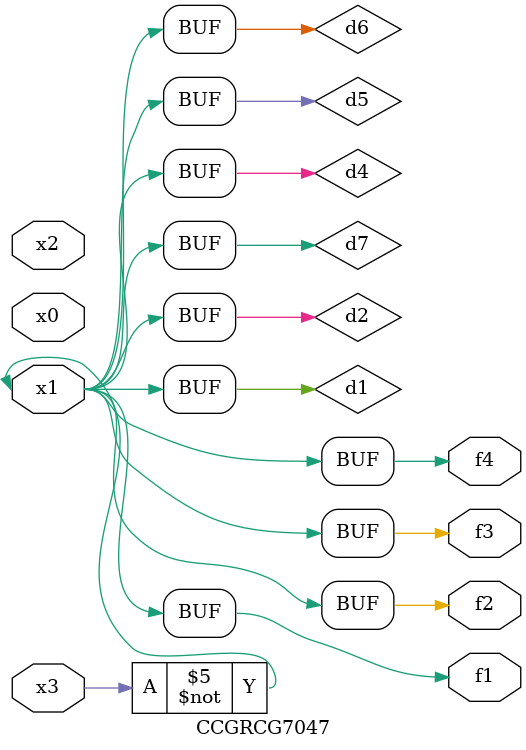
<source format=v>
module CCGRCG7047(
	input x0, x1, x2, x3,
	output f1, f2, f3, f4
);

	wire d1, d2, d3, d4, d5, d6, d7;

	not (d1, x3);
	buf (d2, x1);
	xnor (d3, d1, d2);
	nor (d4, d1);
	buf (d5, d1, d2);
	buf (d6, d4, d5);
	nand (d7, d4);
	assign f1 = d6;
	assign f2 = d7;
	assign f3 = d6;
	assign f4 = d6;
endmodule

</source>
